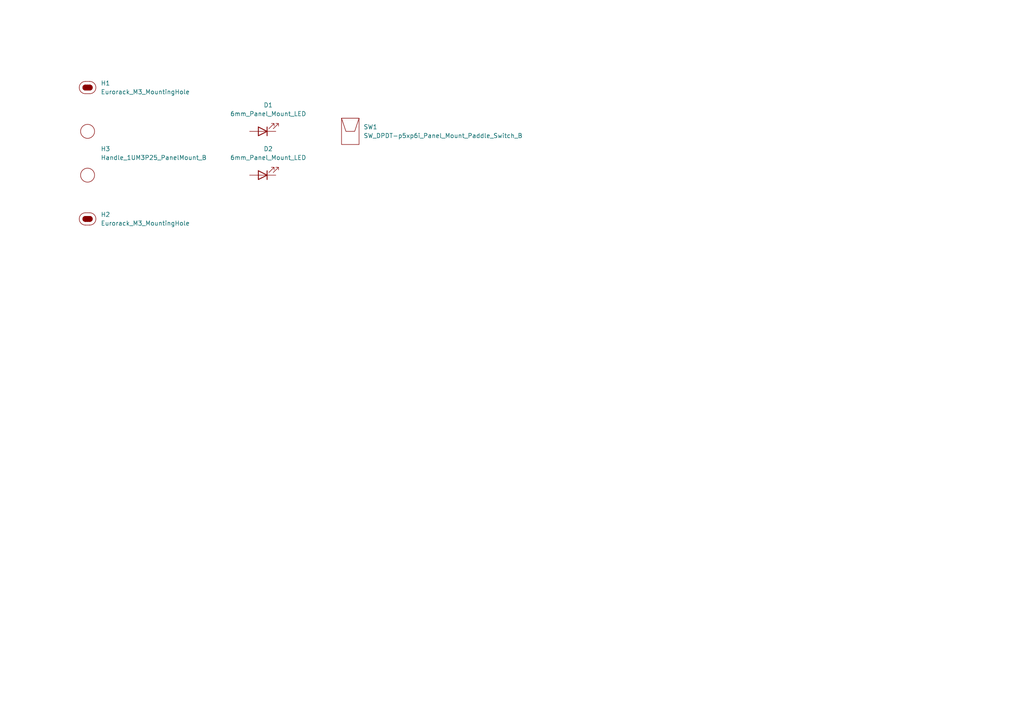
<source format=kicad_sch>
(kicad_sch (version 20250114) (generator "eeschema") (generator_version "9.0")
  (paper "A4")
  (lib_symbols
    (symbol "EXC:6mm_Panel_Mount_LED" (pin_numbers (hide yes)) (pin_names (offset 1.016) (hide yes))
      (property "Reference" "D" (at 0 2.54 0))
      (property "Value" "6mm_Panel_Mount_LED" (at 0 -3.556 0))
      (symbol "6mm_Panel_Mount_LED_0_1"
        (polyline (pts (xy -1.27 1.27) (xy -1.27 -1.27) (xy 1.27 0) (xy -1.27 1.27)) (stroke (width 0.254)))
        (polyline (pts (xy 1.27 1.27) (xy 1.27 -1.27)) (stroke (width 0.254)))
        (polyline (pts (xy 1.27 0) (xy -1.27 0)))
        (polyline (pts (xy 1.778 0.762) (xy 3.302 2.286) (xy 2.54 2.286) (xy 3.302 2.286) (xy 3.302 1.524)))
        (polyline (pts (xy 3.048 0.762) (xy 4.572 2.286) (xy 3.81 2.286) (xy 4.572 2.286) (xy 4.572 1.524)))
      )
      (symbol "6mm_Panel_Mount_LED_1_1"
        (pin passive line (at -3.81 0 0) (length 2.54) (name "A") (number "2"))
        (pin passive line (at 3.81 0 180) (length 2.54) (name "K") (number "1"))
      )
    )
    (symbol "EXC:Eurorack_M3_MountingHole" (pin_names (offset 1.016))
      (property "Reference" "H" (at 0 5.08 0))
      (property "Value" "Eurorack_M3_MountingHole" (at 0 3.175 0))
      (symbol "Eurorack_M3_MountingHole_0_1"
        (polyline (pts (xy -0.635 0.762) (xy 0.635 0.762)))
        (circle (center -0.635 0) (radius 0.762) (fill (type outline)))
        (arc (start -0.635 -0.762) (mid -1.397 0) (end -0.635 0.762))
        (arc (start -0.635 -1.778) (mid -2.413 0) (end -0.635 1.778))
        (polyline (pts (xy -0.635 -0.762) (xy 0.635 -0.762)))
        (polyline (pts (xy -0.635 -1.778) (xy 0.635 -1.778)))
        (circle (center 0 0) (radius 0.762) (fill (type outline)))
        (polyline (pts (xy 0.635 1.778) (xy -0.635 1.778)))
        (arc (start 0.6141 1.778) (mid 2.4131 0) (end 0.6141 -1.778))
        (arc (start 0.6227 0.762) (mid 1.3971 0) (end 0.6227 -0.762))
        (circle (center 0.635 0) (radius 0.762) (fill (type outline)))
      )
    )
    (symbol "EXC:Handle_1UM3P25_B"
      (property "Reference" "H" (at 0 -6.35 0))
      (property "Value" "Handle_1UM3P25_PanelMount_B" (at 0.254 -17.018 0))
      (symbol "Handle_1UM3P25_B_0_1"
        (circle (center 0 0) (radius 2.032))
        (circle (center 0 -12.7) (radius 2.032))
      )
    )
    (symbol "EXC:SW_DPDT-p5xp6i_Panel_Mount_Paddle_Switch_B" (pin_names (offset 0) (hide yes))
      (property "Reference" "SW" (at 0 4.826 0))
      (property "Value" "SW_DPDT-p5xp6i_Panel_Mount_Paddle_Switch_B" (at 0 -5.08 0))
      (symbol "SW_DPDT-p5xp6i_Panel_Mount_Paddle_Switch_B_0_1"
        (rectangle (start -2.54 3.81) (end 2.54 -3.81))
        (polyline (pts (xy -2.54 3.81) (xy -1.27 0) (xy 1.27 0) (xy 2.54 3.81) (xy -2.54 3.81)) (fill (type color)))
      )
    )
  )
  (symbol (lib_id "EXC:6mm_Panel_Mount_LED") (at 76.2 50.8 0) (unit 1)
    (property "Reference" "D2" (at 77.7875 43.18 0))
    (property "Value" "6mm_Panel_Mount_LED" (at 77.7875 45.72 0))
    (property "Footprint" "EXC:6mm_Panel_Mount_LED" (effects (hide yes)))
    (property "Description" "Light emitting diode" (effects (hide yes)))
  )
  (symbol (lib_id "EXC:6mm_Panel_Mount_LED") (at 76.2 38.1 0) (unit 1)
    (property "Reference" "D1" (at 77.7875 30.48 0))
    (property "Value" "6mm_Panel_Mount_LED" (at 77.7875 33.02 0))
    (property "Footprint" "EXC:6mm_Panel_Mount_LED" (effects (hide yes)))
    (property "Description" "Light emitting diode" (effects (hide yes)))
  )
  (symbol (lib_id "EXC:Handle_1UM3P25_B") (at 25.4 38.1 0) (unit 1)
    (property "Reference" "H3" (at 29.21 43.1799 0) (effects (justify left)))
    (property "Value" "Handle_1UM3P25_PanelMount_B" (at 29.21 45.7199 0) (effects (justify left)))
    (property "Footprint" "EXC:Handle_1UM3P25_B" (effects (hide yes)))
  )
  (symbol (lib_id "EXC:Eurorack_M3_MountingHole") (at 25.4 25.4 0) (unit 1)
    (property "Reference" "H1" (at 29.21 24.1299 0) (effects (justify left)))
    (property "Value" "Eurorack_M3_MountingHole" (at 29.21 26.6699 0) (effects (justify left)))
    (property "Footprint" "EXC:MountingHole_3.2mm_M3" (effects (hide yes)))
    (property "Description" "Mounting Hole without connection" (effects (hide yes)))
  )
  (symbol (lib_id "EXC:SW_DPDT-p5xp6i_Panel_Mount_Paddle_Switch_B") (at 101.6 38.1 0) (unit 1)
    (property "Reference" "SW1" (at 105.41 36.8299 0) (effects (justify left)))
    (property "Value" "SW_DPDT-p5xp6i_Panel_Mount_Paddle_Switch_B" (at 105.41 39.3699 0) (effects (justify left)))
    (property "Footprint" "EXC:SW_DPDT_p5xp6i_Panel_Mount_Paddle_Switch_B" (effects (hide yes)))
    (property "Datasheet" "https://ae01.alicdn.com/kf/H1970d0d9a30c4d039488acb0367c7727Z.jpg" (effects (hide yes)))
    (property "Description" "Dual Pole Dual-Throw (DPDT) 0.5\"x0.6\" panel-mount paddle switch" (effects (hide yes)))
    (property "Source" "https://www.aliexpress.com/item/4000545485594.html" (effects (hide yes)))
  )
  (symbol (lib_id "EXC:Eurorack_M3_MountingHole") (at 25.4 63.5 0) (unit 1)
    (property "Reference" "H2" (at 29.21 62.2299 0) (effects (justify left)))
    (property "Value" "Eurorack_M3_MountingHole" (at 29.21 64.7699 0) (effects (justify left)))
    (property "Footprint" "EXC:MountingHole_3.2mm_M3" (effects (hide yes)))
    (property "Description" "Mounting Hole without connection" (effects (hide yes)))
  )
)
</source>
